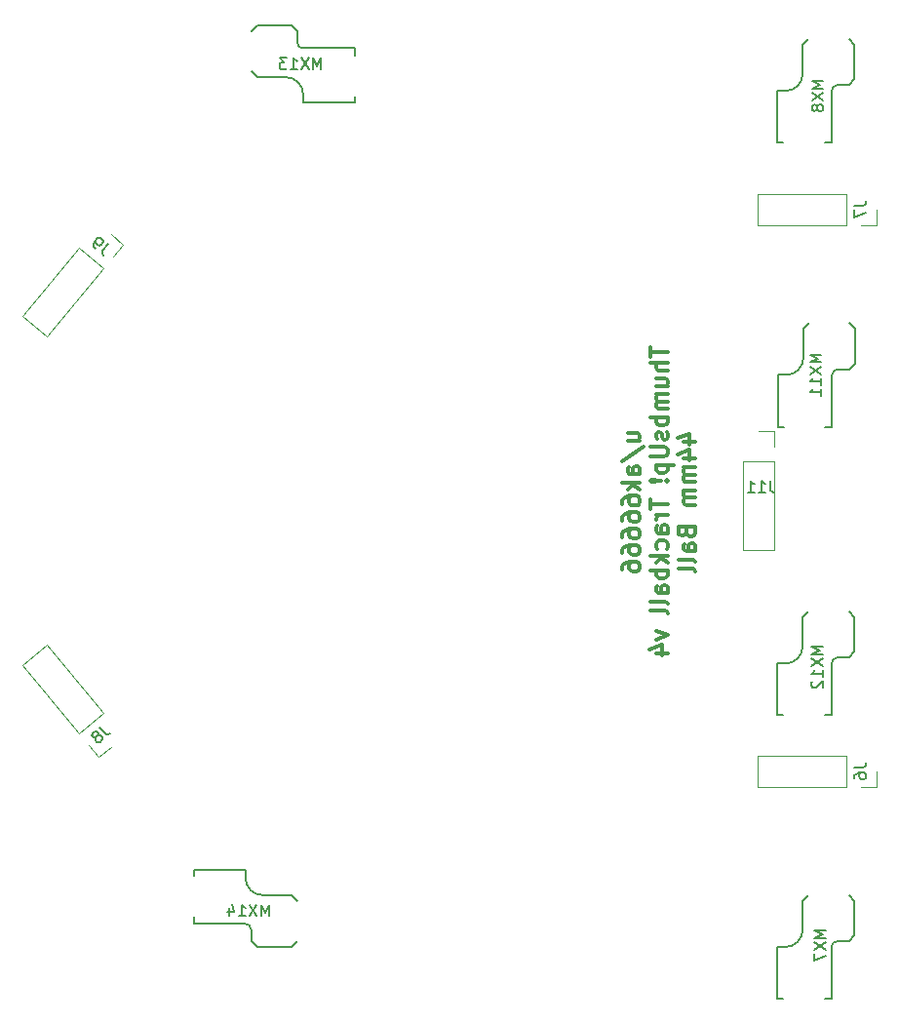
<source format=gbr>
G04 #@! TF.GenerationSoftware,KiCad,Pcbnew,9.0.2*
G04 #@! TF.CreationDate,2025-10-02T21:33:58-04:00*
G04 #@! TF.ProjectId,Trackball,54726163-6b62-4616-9c6c-2e6b69636164,rev?*
G04 #@! TF.SameCoordinates,Original*
G04 #@! TF.FileFunction,Legend,Bot*
G04 #@! TF.FilePolarity,Positive*
%FSLAX46Y46*%
G04 Gerber Fmt 4.6, Leading zero omitted, Abs format (unit mm)*
G04 Created by KiCad (PCBNEW 9.0.2) date 2025-10-02 21:33:58*
%MOMM*%
%LPD*%
G01*
G04 APERTURE LIST*
%ADD10C,0.300000*%
%ADD11C,0.150000*%
%ADD12C,0.120000*%
G04 APERTURE END LIST*
D10*
X338370996Y-97278572D02*
X339370996Y-97278572D01*
X338370996Y-96635714D02*
X339156710Y-96635714D01*
X339156710Y-96635714D02*
X339299568Y-96707143D01*
X339299568Y-96707143D02*
X339370996Y-96850000D01*
X339370996Y-96850000D02*
X339370996Y-97064286D01*
X339370996Y-97064286D02*
X339299568Y-97207143D01*
X339299568Y-97207143D02*
X339228139Y-97278572D01*
X337799568Y-99064286D02*
X339728139Y-97778572D01*
X339370996Y-100207144D02*
X338585282Y-100207144D01*
X338585282Y-100207144D02*
X338442425Y-100135715D01*
X338442425Y-100135715D02*
X338370996Y-99992858D01*
X338370996Y-99992858D02*
X338370996Y-99707144D01*
X338370996Y-99707144D02*
X338442425Y-99564286D01*
X339299568Y-100207144D02*
X339370996Y-100064286D01*
X339370996Y-100064286D02*
X339370996Y-99707144D01*
X339370996Y-99707144D02*
X339299568Y-99564286D01*
X339299568Y-99564286D02*
X339156710Y-99492858D01*
X339156710Y-99492858D02*
X339013853Y-99492858D01*
X339013853Y-99492858D02*
X338870996Y-99564286D01*
X338870996Y-99564286D02*
X338799568Y-99707144D01*
X338799568Y-99707144D02*
X338799568Y-100064286D01*
X338799568Y-100064286D02*
X338728139Y-100207144D01*
X339370996Y-100921429D02*
X337870996Y-100921429D01*
X338799568Y-101064287D02*
X339370996Y-101492858D01*
X338370996Y-101492858D02*
X338942425Y-100921429D01*
X337870996Y-102778573D02*
X337870996Y-102492858D01*
X337870996Y-102492858D02*
X337942425Y-102350001D01*
X337942425Y-102350001D02*
X338013853Y-102278573D01*
X338013853Y-102278573D02*
X338228139Y-102135715D01*
X338228139Y-102135715D02*
X338513853Y-102064287D01*
X338513853Y-102064287D02*
X339085282Y-102064287D01*
X339085282Y-102064287D02*
X339228139Y-102135715D01*
X339228139Y-102135715D02*
X339299568Y-102207144D01*
X339299568Y-102207144D02*
X339370996Y-102350001D01*
X339370996Y-102350001D02*
X339370996Y-102635715D01*
X339370996Y-102635715D02*
X339299568Y-102778573D01*
X339299568Y-102778573D02*
X339228139Y-102850001D01*
X339228139Y-102850001D02*
X339085282Y-102921430D01*
X339085282Y-102921430D02*
X338728139Y-102921430D01*
X338728139Y-102921430D02*
X338585282Y-102850001D01*
X338585282Y-102850001D02*
X338513853Y-102778573D01*
X338513853Y-102778573D02*
X338442425Y-102635715D01*
X338442425Y-102635715D02*
X338442425Y-102350001D01*
X338442425Y-102350001D02*
X338513853Y-102207144D01*
X338513853Y-102207144D02*
X338585282Y-102135715D01*
X338585282Y-102135715D02*
X338728139Y-102064287D01*
X337870996Y-104207144D02*
X337870996Y-103921429D01*
X337870996Y-103921429D02*
X337942425Y-103778572D01*
X337942425Y-103778572D02*
X338013853Y-103707144D01*
X338013853Y-103707144D02*
X338228139Y-103564286D01*
X338228139Y-103564286D02*
X338513853Y-103492858D01*
X338513853Y-103492858D02*
X339085282Y-103492858D01*
X339085282Y-103492858D02*
X339228139Y-103564286D01*
X339228139Y-103564286D02*
X339299568Y-103635715D01*
X339299568Y-103635715D02*
X339370996Y-103778572D01*
X339370996Y-103778572D02*
X339370996Y-104064286D01*
X339370996Y-104064286D02*
X339299568Y-104207144D01*
X339299568Y-104207144D02*
X339228139Y-104278572D01*
X339228139Y-104278572D02*
X339085282Y-104350001D01*
X339085282Y-104350001D02*
X338728139Y-104350001D01*
X338728139Y-104350001D02*
X338585282Y-104278572D01*
X338585282Y-104278572D02*
X338513853Y-104207144D01*
X338513853Y-104207144D02*
X338442425Y-104064286D01*
X338442425Y-104064286D02*
X338442425Y-103778572D01*
X338442425Y-103778572D02*
X338513853Y-103635715D01*
X338513853Y-103635715D02*
X338585282Y-103564286D01*
X338585282Y-103564286D02*
X338728139Y-103492858D01*
X337870996Y-105635715D02*
X337870996Y-105350000D01*
X337870996Y-105350000D02*
X337942425Y-105207143D01*
X337942425Y-105207143D02*
X338013853Y-105135715D01*
X338013853Y-105135715D02*
X338228139Y-104992857D01*
X338228139Y-104992857D02*
X338513853Y-104921429D01*
X338513853Y-104921429D02*
X339085282Y-104921429D01*
X339085282Y-104921429D02*
X339228139Y-104992857D01*
X339228139Y-104992857D02*
X339299568Y-105064286D01*
X339299568Y-105064286D02*
X339370996Y-105207143D01*
X339370996Y-105207143D02*
X339370996Y-105492857D01*
X339370996Y-105492857D02*
X339299568Y-105635715D01*
X339299568Y-105635715D02*
X339228139Y-105707143D01*
X339228139Y-105707143D02*
X339085282Y-105778572D01*
X339085282Y-105778572D02*
X338728139Y-105778572D01*
X338728139Y-105778572D02*
X338585282Y-105707143D01*
X338585282Y-105707143D02*
X338513853Y-105635715D01*
X338513853Y-105635715D02*
X338442425Y-105492857D01*
X338442425Y-105492857D02*
X338442425Y-105207143D01*
X338442425Y-105207143D02*
X338513853Y-105064286D01*
X338513853Y-105064286D02*
X338585282Y-104992857D01*
X338585282Y-104992857D02*
X338728139Y-104921429D01*
X337870996Y-107064286D02*
X337870996Y-106778571D01*
X337870996Y-106778571D02*
X337942425Y-106635714D01*
X337942425Y-106635714D02*
X338013853Y-106564286D01*
X338013853Y-106564286D02*
X338228139Y-106421428D01*
X338228139Y-106421428D02*
X338513853Y-106350000D01*
X338513853Y-106350000D02*
X339085282Y-106350000D01*
X339085282Y-106350000D02*
X339228139Y-106421428D01*
X339228139Y-106421428D02*
X339299568Y-106492857D01*
X339299568Y-106492857D02*
X339370996Y-106635714D01*
X339370996Y-106635714D02*
X339370996Y-106921428D01*
X339370996Y-106921428D02*
X339299568Y-107064286D01*
X339299568Y-107064286D02*
X339228139Y-107135714D01*
X339228139Y-107135714D02*
X339085282Y-107207143D01*
X339085282Y-107207143D02*
X338728139Y-107207143D01*
X338728139Y-107207143D02*
X338585282Y-107135714D01*
X338585282Y-107135714D02*
X338513853Y-107064286D01*
X338513853Y-107064286D02*
X338442425Y-106921428D01*
X338442425Y-106921428D02*
X338442425Y-106635714D01*
X338442425Y-106635714D02*
X338513853Y-106492857D01*
X338513853Y-106492857D02*
X338585282Y-106421428D01*
X338585282Y-106421428D02*
X338728139Y-106350000D01*
X337870996Y-108492857D02*
X337870996Y-108207142D01*
X337870996Y-108207142D02*
X337942425Y-108064285D01*
X337942425Y-108064285D02*
X338013853Y-107992857D01*
X338013853Y-107992857D02*
X338228139Y-107849999D01*
X338228139Y-107849999D02*
X338513853Y-107778571D01*
X338513853Y-107778571D02*
X339085282Y-107778571D01*
X339085282Y-107778571D02*
X339228139Y-107849999D01*
X339228139Y-107849999D02*
X339299568Y-107921428D01*
X339299568Y-107921428D02*
X339370996Y-108064285D01*
X339370996Y-108064285D02*
X339370996Y-108349999D01*
X339370996Y-108349999D02*
X339299568Y-108492857D01*
X339299568Y-108492857D02*
X339228139Y-108564285D01*
X339228139Y-108564285D02*
X339085282Y-108635714D01*
X339085282Y-108635714D02*
X338728139Y-108635714D01*
X338728139Y-108635714D02*
X338585282Y-108564285D01*
X338585282Y-108564285D02*
X338513853Y-108492857D01*
X338513853Y-108492857D02*
X338442425Y-108349999D01*
X338442425Y-108349999D02*
X338442425Y-108064285D01*
X338442425Y-108064285D02*
X338513853Y-107921428D01*
X338513853Y-107921428D02*
X338585282Y-107849999D01*
X338585282Y-107849999D02*
X338728139Y-107778571D01*
X340285912Y-89171429D02*
X340285912Y-90028572D01*
X341785912Y-89600000D02*
X340285912Y-89600000D01*
X341785912Y-90528571D02*
X340285912Y-90528571D01*
X341785912Y-91171429D02*
X341000198Y-91171429D01*
X341000198Y-91171429D02*
X340857341Y-91100000D01*
X340857341Y-91100000D02*
X340785912Y-90957143D01*
X340785912Y-90957143D02*
X340785912Y-90742857D01*
X340785912Y-90742857D02*
X340857341Y-90600000D01*
X340857341Y-90600000D02*
X340928769Y-90528571D01*
X340785912Y-92528572D02*
X341785912Y-92528572D01*
X340785912Y-91885714D02*
X341571626Y-91885714D01*
X341571626Y-91885714D02*
X341714484Y-91957143D01*
X341714484Y-91957143D02*
X341785912Y-92100000D01*
X341785912Y-92100000D02*
X341785912Y-92314286D01*
X341785912Y-92314286D02*
X341714484Y-92457143D01*
X341714484Y-92457143D02*
X341643055Y-92528572D01*
X341785912Y-93242857D02*
X340785912Y-93242857D01*
X340928769Y-93242857D02*
X340857341Y-93314286D01*
X340857341Y-93314286D02*
X340785912Y-93457143D01*
X340785912Y-93457143D02*
X340785912Y-93671429D01*
X340785912Y-93671429D02*
X340857341Y-93814286D01*
X340857341Y-93814286D02*
X341000198Y-93885715D01*
X341000198Y-93885715D02*
X341785912Y-93885715D01*
X341000198Y-93885715D02*
X340857341Y-93957143D01*
X340857341Y-93957143D02*
X340785912Y-94100000D01*
X340785912Y-94100000D02*
X340785912Y-94314286D01*
X340785912Y-94314286D02*
X340857341Y-94457143D01*
X340857341Y-94457143D02*
X341000198Y-94528572D01*
X341000198Y-94528572D02*
X341785912Y-94528572D01*
X341785912Y-95242857D02*
X340285912Y-95242857D01*
X340857341Y-95242857D02*
X340785912Y-95385715D01*
X340785912Y-95385715D02*
X340785912Y-95671429D01*
X340785912Y-95671429D02*
X340857341Y-95814286D01*
X340857341Y-95814286D02*
X340928769Y-95885715D01*
X340928769Y-95885715D02*
X341071626Y-95957143D01*
X341071626Y-95957143D02*
X341500198Y-95957143D01*
X341500198Y-95957143D02*
X341643055Y-95885715D01*
X341643055Y-95885715D02*
X341714484Y-95814286D01*
X341714484Y-95814286D02*
X341785912Y-95671429D01*
X341785912Y-95671429D02*
X341785912Y-95385715D01*
X341785912Y-95385715D02*
X341714484Y-95242857D01*
X341714484Y-96528572D02*
X341785912Y-96671429D01*
X341785912Y-96671429D02*
X341785912Y-96957143D01*
X341785912Y-96957143D02*
X341714484Y-97100000D01*
X341714484Y-97100000D02*
X341571626Y-97171429D01*
X341571626Y-97171429D02*
X341500198Y-97171429D01*
X341500198Y-97171429D02*
X341357341Y-97100000D01*
X341357341Y-97100000D02*
X341285912Y-96957143D01*
X341285912Y-96957143D02*
X341285912Y-96742858D01*
X341285912Y-96742858D02*
X341214484Y-96600000D01*
X341214484Y-96600000D02*
X341071626Y-96528572D01*
X341071626Y-96528572D02*
X341000198Y-96528572D01*
X341000198Y-96528572D02*
X340857341Y-96600000D01*
X340857341Y-96600000D02*
X340785912Y-96742858D01*
X340785912Y-96742858D02*
X340785912Y-96957143D01*
X340785912Y-96957143D02*
X340857341Y-97100000D01*
X340285912Y-97814286D02*
X341500198Y-97814286D01*
X341500198Y-97814286D02*
X341643055Y-97885715D01*
X341643055Y-97885715D02*
X341714484Y-97957144D01*
X341714484Y-97957144D02*
X341785912Y-98100001D01*
X341785912Y-98100001D02*
X341785912Y-98385715D01*
X341785912Y-98385715D02*
X341714484Y-98528572D01*
X341714484Y-98528572D02*
X341643055Y-98600001D01*
X341643055Y-98600001D02*
X341500198Y-98671429D01*
X341500198Y-98671429D02*
X340285912Y-98671429D01*
X340785912Y-99385715D02*
X342285912Y-99385715D01*
X340857341Y-99385715D02*
X340785912Y-99528573D01*
X340785912Y-99528573D02*
X340785912Y-99814287D01*
X340785912Y-99814287D02*
X340857341Y-99957144D01*
X340857341Y-99957144D02*
X340928769Y-100028573D01*
X340928769Y-100028573D02*
X341071626Y-100100001D01*
X341071626Y-100100001D02*
X341500198Y-100100001D01*
X341500198Y-100100001D02*
X341643055Y-100028573D01*
X341643055Y-100028573D02*
X341714484Y-99957144D01*
X341714484Y-99957144D02*
X341785912Y-99814287D01*
X341785912Y-99814287D02*
X341785912Y-99528573D01*
X341785912Y-99528573D02*
X341714484Y-99385715D01*
X341643055Y-100742858D02*
X341714484Y-100814287D01*
X341714484Y-100814287D02*
X341785912Y-100742858D01*
X341785912Y-100742858D02*
X341714484Y-100671430D01*
X341714484Y-100671430D02*
X341643055Y-100742858D01*
X341643055Y-100742858D02*
X341785912Y-100742858D01*
X341214484Y-100742858D02*
X340357341Y-100671430D01*
X340357341Y-100671430D02*
X340285912Y-100742858D01*
X340285912Y-100742858D02*
X340357341Y-100814287D01*
X340357341Y-100814287D02*
X341214484Y-100742858D01*
X341214484Y-100742858D02*
X340285912Y-100742858D01*
X340285912Y-102385716D02*
X340285912Y-103242859D01*
X341785912Y-102814287D02*
X340285912Y-102814287D01*
X341785912Y-103742858D02*
X340785912Y-103742858D01*
X341071626Y-103742858D02*
X340928769Y-103814287D01*
X340928769Y-103814287D02*
X340857341Y-103885716D01*
X340857341Y-103885716D02*
X340785912Y-104028573D01*
X340785912Y-104028573D02*
X340785912Y-104171430D01*
X341785912Y-105314287D02*
X341000198Y-105314287D01*
X341000198Y-105314287D02*
X340857341Y-105242858D01*
X340857341Y-105242858D02*
X340785912Y-105100001D01*
X340785912Y-105100001D02*
X340785912Y-104814287D01*
X340785912Y-104814287D02*
X340857341Y-104671429D01*
X341714484Y-105314287D02*
X341785912Y-105171429D01*
X341785912Y-105171429D02*
X341785912Y-104814287D01*
X341785912Y-104814287D02*
X341714484Y-104671429D01*
X341714484Y-104671429D02*
X341571626Y-104600001D01*
X341571626Y-104600001D02*
X341428769Y-104600001D01*
X341428769Y-104600001D02*
X341285912Y-104671429D01*
X341285912Y-104671429D02*
X341214484Y-104814287D01*
X341214484Y-104814287D02*
X341214484Y-105171429D01*
X341214484Y-105171429D02*
X341143055Y-105314287D01*
X341714484Y-106671430D02*
X341785912Y-106528572D01*
X341785912Y-106528572D02*
X341785912Y-106242858D01*
X341785912Y-106242858D02*
X341714484Y-106100001D01*
X341714484Y-106100001D02*
X341643055Y-106028572D01*
X341643055Y-106028572D02*
X341500198Y-105957144D01*
X341500198Y-105957144D02*
X341071626Y-105957144D01*
X341071626Y-105957144D02*
X340928769Y-106028572D01*
X340928769Y-106028572D02*
X340857341Y-106100001D01*
X340857341Y-106100001D02*
X340785912Y-106242858D01*
X340785912Y-106242858D02*
X340785912Y-106528572D01*
X340785912Y-106528572D02*
X340857341Y-106671430D01*
X341785912Y-107314286D02*
X340285912Y-107314286D01*
X341214484Y-107457144D02*
X341785912Y-107885715D01*
X340785912Y-107885715D02*
X341357341Y-107314286D01*
X341785912Y-108528572D02*
X340285912Y-108528572D01*
X340857341Y-108528572D02*
X340785912Y-108671430D01*
X340785912Y-108671430D02*
X340785912Y-108957144D01*
X340785912Y-108957144D02*
X340857341Y-109100001D01*
X340857341Y-109100001D02*
X340928769Y-109171430D01*
X340928769Y-109171430D02*
X341071626Y-109242858D01*
X341071626Y-109242858D02*
X341500198Y-109242858D01*
X341500198Y-109242858D02*
X341643055Y-109171430D01*
X341643055Y-109171430D02*
X341714484Y-109100001D01*
X341714484Y-109100001D02*
X341785912Y-108957144D01*
X341785912Y-108957144D02*
X341785912Y-108671430D01*
X341785912Y-108671430D02*
X341714484Y-108528572D01*
X341785912Y-110528573D02*
X341000198Y-110528573D01*
X341000198Y-110528573D02*
X340857341Y-110457144D01*
X340857341Y-110457144D02*
X340785912Y-110314287D01*
X340785912Y-110314287D02*
X340785912Y-110028573D01*
X340785912Y-110028573D02*
X340857341Y-109885715D01*
X341714484Y-110528573D02*
X341785912Y-110385715D01*
X341785912Y-110385715D02*
X341785912Y-110028573D01*
X341785912Y-110028573D02*
X341714484Y-109885715D01*
X341714484Y-109885715D02*
X341571626Y-109814287D01*
X341571626Y-109814287D02*
X341428769Y-109814287D01*
X341428769Y-109814287D02*
X341285912Y-109885715D01*
X341285912Y-109885715D02*
X341214484Y-110028573D01*
X341214484Y-110028573D02*
X341214484Y-110385715D01*
X341214484Y-110385715D02*
X341143055Y-110528573D01*
X341785912Y-111457144D02*
X341714484Y-111314287D01*
X341714484Y-111314287D02*
X341571626Y-111242858D01*
X341571626Y-111242858D02*
X340285912Y-111242858D01*
X341785912Y-112242858D02*
X341714484Y-112100001D01*
X341714484Y-112100001D02*
X341571626Y-112028572D01*
X341571626Y-112028572D02*
X340285912Y-112028572D01*
X340785912Y-113814286D02*
X341785912Y-114171429D01*
X341785912Y-114171429D02*
X340785912Y-114528572D01*
X340785912Y-115742858D02*
X341785912Y-115742858D01*
X340214484Y-115385715D02*
X341285912Y-115028572D01*
X341285912Y-115028572D02*
X341285912Y-115957143D01*
X343200828Y-97385715D02*
X344200828Y-97385715D01*
X342629400Y-97028572D02*
X343700828Y-96671429D01*
X343700828Y-96671429D02*
X343700828Y-97600000D01*
X343200828Y-98814286D02*
X344200828Y-98814286D01*
X342629400Y-98457143D02*
X343700828Y-98100000D01*
X343700828Y-98100000D02*
X343700828Y-99028571D01*
X344200828Y-99599999D02*
X343200828Y-99599999D01*
X343343685Y-99599999D02*
X343272257Y-99671428D01*
X343272257Y-99671428D02*
X343200828Y-99814285D01*
X343200828Y-99814285D02*
X343200828Y-100028571D01*
X343200828Y-100028571D02*
X343272257Y-100171428D01*
X343272257Y-100171428D02*
X343415114Y-100242857D01*
X343415114Y-100242857D02*
X344200828Y-100242857D01*
X343415114Y-100242857D02*
X343272257Y-100314285D01*
X343272257Y-100314285D02*
X343200828Y-100457142D01*
X343200828Y-100457142D02*
X343200828Y-100671428D01*
X343200828Y-100671428D02*
X343272257Y-100814285D01*
X343272257Y-100814285D02*
X343415114Y-100885714D01*
X343415114Y-100885714D02*
X344200828Y-100885714D01*
X344200828Y-101599999D02*
X343200828Y-101599999D01*
X343343685Y-101599999D02*
X343272257Y-101671428D01*
X343272257Y-101671428D02*
X343200828Y-101814285D01*
X343200828Y-101814285D02*
X343200828Y-102028571D01*
X343200828Y-102028571D02*
X343272257Y-102171428D01*
X343272257Y-102171428D02*
X343415114Y-102242857D01*
X343415114Y-102242857D02*
X344200828Y-102242857D01*
X343415114Y-102242857D02*
X343272257Y-102314285D01*
X343272257Y-102314285D02*
X343200828Y-102457142D01*
X343200828Y-102457142D02*
X343200828Y-102671428D01*
X343200828Y-102671428D02*
X343272257Y-102814285D01*
X343272257Y-102814285D02*
X343415114Y-102885714D01*
X343415114Y-102885714D02*
X344200828Y-102885714D01*
X343415114Y-105242856D02*
X343486542Y-105457142D01*
X343486542Y-105457142D02*
X343557971Y-105528571D01*
X343557971Y-105528571D02*
X343700828Y-105599999D01*
X343700828Y-105599999D02*
X343915114Y-105599999D01*
X343915114Y-105599999D02*
X344057971Y-105528571D01*
X344057971Y-105528571D02*
X344129400Y-105457142D01*
X344129400Y-105457142D02*
X344200828Y-105314285D01*
X344200828Y-105314285D02*
X344200828Y-104742856D01*
X344200828Y-104742856D02*
X342700828Y-104742856D01*
X342700828Y-104742856D02*
X342700828Y-105242856D01*
X342700828Y-105242856D02*
X342772257Y-105385714D01*
X342772257Y-105385714D02*
X342843685Y-105457142D01*
X342843685Y-105457142D02*
X342986542Y-105528571D01*
X342986542Y-105528571D02*
X343129400Y-105528571D01*
X343129400Y-105528571D02*
X343272257Y-105457142D01*
X343272257Y-105457142D02*
X343343685Y-105385714D01*
X343343685Y-105385714D02*
X343415114Y-105242856D01*
X343415114Y-105242856D02*
X343415114Y-104742856D01*
X344200828Y-106885714D02*
X343415114Y-106885714D01*
X343415114Y-106885714D02*
X343272257Y-106814285D01*
X343272257Y-106814285D02*
X343200828Y-106671428D01*
X343200828Y-106671428D02*
X343200828Y-106385714D01*
X343200828Y-106385714D02*
X343272257Y-106242856D01*
X344129400Y-106885714D02*
X344200828Y-106742856D01*
X344200828Y-106742856D02*
X344200828Y-106385714D01*
X344200828Y-106385714D02*
X344129400Y-106242856D01*
X344129400Y-106242856D02*
X343986542Y-106171428D01*
X343986542Y-106171428D02*
X343843685Y-106171428D01*
X343843685Y-106171428D02*
X343700828Y-106242856D01*
X343700828Y-106242856D02*
X343629400Y-106385714D01*
X343629400Y-106385714D02*
X343629400Y-106742856D01*
X343629400Y-106742856D02*
X343557971Y-106885714D01*
X344200828Y-107814285D02*
X344129400Y-107671428D01*
X344129400Y-107671428D02*
X343986542Y-107599999D01*
X343986542Y-107599999D02*
X342700828Y-107599999D01*
X344200828Y-108599999D02*
X344129400Y-108457142D01*
X344129400Y-108457142D02*
X343986542Y-108385713D01*
X343986542Y-108385713D02*
X342700828Y-108385713D01*
D11*
X307161904Y-138554819D02*
X307161904Y-137554819D01*
X307161904Y-137554819D02*
X306828571Y-138269104D01*
X306828571Y-138269104D02*
X306495238Y-137554819D01*
X306495238Y-137554819D02*
X306495238Y-138554819D01*
X306114285Y-137554819D02*
X305447619Y-138554819D01*
X305447619Y-137554819D02*
X306114285Y-138554819D01*
X304542857Y-138554819D02*
X305114285Y-138554819D01*
X304828571Y-138554819D02*
X304828571Y-137554819D01*
X304828571Y-137554819D02*
X304923809Y-137697676D01*
X304923809Y-137697676D02*
X305019047Y-137792914D01*
X305019047Y-137792914D02*
X305114285Y-137840533D01*
X303685714Y-137888152D02*
X303685714Y-138554819D01*
X303923809Y-137507200D02*
X304161904Y-138221485D01*
X304161904Y-138221485D02*
X303542857Y-138221485D01*
X311661904Y-65054819D02*
X311661904Y-64054819D01*
X311661904Y-64054819D02*
X311328571Y-64769104D01*
X311328571Y-64769104D02*
X310995238Y-64054819D01*
X310995238Y-64054819D02*
X310995238Y-65054819D01*
X310614285Y-64054819D02*
X309947619Y-65054819D01*
X309947619Y-64054819D02*
X310614285Y-65054819D01*
X309042857Y-65054819D02*
X309614285Y-65054819D01*
X309328571Y-65054819D02*
X309328571Y-64054819D01*
X309328571Y-64054819D02*
X309423809Y-64197676D01*
X309423809Y-64197676D02*
X309519047Y-64292914D01*
X309519047Y-64292914D02*
X309614285Y-64340533D01*
X308709523Y-64054819D02*
X308090476Y-64054819D01*
X308090476Y-64054819D02*
X308423809Y-64435771D01*
X308423809Y-64435771D02*
X308280952Y-64435771D01*
X308280952Y-64435771D02*
X308185714Y-64483390D01*
X308185714Y-64483390D02*
X308138095Y-64531009D01*
X308138095Y-64531009D02*
X308090476Y-64626247D01*
X308090476Y-64626247D02*
X308090476Y-64864342D01*
X308090476Y-64864342D02*
X308138095Y-64959580D01*
X308138095Y-64959580D02*
X308185714Y-65007200D01*
X308185714Y-65007200D02*
X308280952Y-65054819D01*
X308280952Y-65054819D02*
X308566666Y-65054819D01*
X308566666Y-65054819D02*
X308661904Y-65007200D01*
X308661904Y-65007200D02*
X308709523Y-64959580D01*
X355272819Y-115170095D02*
X354272819Y-115170095D01*
X354272819Y-115170095D02*
X354987104Y-115503428D01*
X354987104Y-115503428D02*
X354272819Y-115836761D01*
X354272819Y-115836761D02*
X355272819Y-115836761D01*
X354272819Y-116217714D02*
X355272819Y-116884380D01*
X354272819Y-116884380D02*
X355272819Y-116217714D01*
X355272819Y-117789142D02*
X355272819Y-117217714D01*
X355272819Y-117503428D02*
X354272819Y-117503428D01*
X354272819Y-117503428D02*
X354415676Y-117408190D01*
X354415676Y-117408190D02*
X354510914Y-117312952D01*
X354510914Y-117312952D02*
X354558533Y-117217714D01*
X354368057Y-118170095D02*
X354320438Y-118217714D01*
X354320438Y-118217714D02*
X354272819Y-118312952D01*
X354272819Y-118312952D02*
X354272819Y-118551047D01*
X354272819Y-118551047D02*
X354320438Y-118646285D01*
X354320438Y-118646285D02*
X354368057Y-118693904D01*
X354368057Y-118693904D02*
X354463295Y-118741523D01*
X354463295Y-118741523D02*
X354558533Y-118741523D01*
X354558533Y-118741523D02*
X354701390Y-118693904D01*
X354701390Y-118693904D02*
X355272819Y-118122476D01*
X355272819Y-118122476D02*
X355272819Y-118741523D01*
X355136819Y-89813095D02*
X354136819Y-89813095D01*
X354136819Y-89813095D02*
X354851104Y-90146428D01*
X354851104Y-90146428D02*
X354136819Y-90479761D01*
X354136819Y-90479761D02*
X355136819Y-90479761D01*
X354136819Y-90860714D02*
X355136819Y-91527380D01*
X354136819Y-91527380D02*
X355136819Y-90860714D01*
X355136819Y-92432142D02*
X355136819Y-91860714D01*
X355136819Y-92146428D02*
X354136819Y-92146428D01*
X354136819Y-92146428D02*
X354279676Y-92051190D01*
X354279676Y-92051190D02*
X354374914Y-91955952D01*
X354374914Y-91955952D02*
X354422533Y-91860714D01*
X355136819Y-93384523D02*
X355136819Y-92813095D01*
X355136819Y-93098809D02*
X354136819Y-93098809D01*
X354136819Y-93098809D02*
X354279676Y-93003571D01*
X354279676Y-93003571D02*
X354374914Y-92908333D01*
X354374914Y-92908333D02*
X354422533Y-92813095D01*
X355522819Y-139798286D02*
X354522819Y-139798286D01*
X354522819Y-139798286D02*
X355237104Y-140131619D01*
X355237104Y-140131619D02*
X354522819Y-140464952D01*
X354522819Y-140464952D02*
X355522819Y-140464952D01*
X354522819Y-140845905D02*
X355522819Y-141512571D01*
X354522819Y-141512571D02*
X355522819Y-140845905D01*
X354522819Y-141798286D02*
X354522819Y-142464952D01*
X354522819Y-142464952D02*
X355522819Y-142036381D01*
X355304819Y-66033286D02*
X354304819Y-66033286D01*
X354304819Y-66033286D02*
X355019104Y-66366619D01*
X355019104Y-66366619D02*
X354304819Y-66699952D01*
X354304819Y-66699952D02*
X355304819Y-66699952D01*
X354304819Y-67080905D02*
X355304819Y-67747571D01*
X354304819Y-67747571D02*
X355304819Y-67080905D01*
X354733390Y-68271381D02*
X354685771Y-68176143D01*
X354685771Y-68176143D02*
X354638152Y-68128524D01*
X354638152Y-68128524D02*
X354542914Y-68080905D01*
X354542914Y-68080905D02*
X354495295Y-68080905D01*
X354495295Y-68080905D02*
X354400057Y-68128524D01*
X354400057Y-68128524D02*
X354352438Y-68176143D01*
X354352438Y-68176143D02*
X354304819Y-68271381D01*
X354304819Y-68271381D02*
X354304819Y-68461857D01*
X354304819Y-68461857D02*
X354352438Y-68557095D01*
X354352438Y-68557095D02*
X354400057Y-68604714D01*
X354400057Y-68604714D02*
X354495295Y-68652333D01*
X354495295Y-68652333D02*
X354542914Y-68652333D01*
X354542914Y-68652333D02*
X354638152Y-68604714D01*
X354638152Y-68604714D02*
X354685771Y-68557095D01*
X354685771Y-68557095D02*
X354733390Y-68461857D01*
X354733390Y-68461857D02*
X354733390Y-68271381D01*
X354733390Y-68271381D02*
X354781009Y-68176143D01*
X354781009Y-68176143D02*
X354828628Y-68128524D01*
X354828628Y-68128524D02*
X354923866Y-68080905D01*
X354923866Y-68080905D02*
X355114342Y-68080905D01*
X355114342Y-68080905D02*
X355209580Y-68128524D01*
X355209580Y-68128524D02*
X355257200Y-68176143D01*
X355257200Y-68176143D02*
X355304819Y-68271381D01*
X355304819Y-68271381D02*
X355304819Y-68461857D01*
X355304819Y-68461857D02*
X355257200Y-68557095D01*
X355257200Y-68557095D02*
X355209580Y-68604714D01*
X355209580Y-68604714D02*
X355114342Y-68652333D01*
X355114342Y-68652333D02*
X354923866Y-68652333D01*
X354923866Y-68652333D02*
X354828628Y-68604714D01*
X354828628Y-68604714D02*
X354781009Y-68557095D01*
X354781009Y-68557095D02*
X354733390Y-68461857D01*
X293179732Y-80220578D02*
X292720598Y-80767753D01*
X292720598Y-80767753D02*
X292665250Y-80907797D01*
X292665250Y-80907797D02*
X292676989Y-81041971D01*
X292676989Y-81041971D02*
X292755815Y-81170276D01*
X292755815Y-81170276D02*
X292828771Y-81231494D01*
X292135683Y-80649924D02*
X291989770Y-80527489D01*
X291989770Y-80527489D02*
X291947422Y-80429792D01*
X291947422Y-80429792D02*
X291941553Y-80362705D01*
X291941553Y-80362705D02*
X291960423Y-80192052D01*
X291960423Y-80192052D02*
X292046380Y-80015530D01*
X292046380Y-80015530D02*
X292291252Y-79723704D01*
X292291252Y-79723704D02*
X292388948Y-79681356D01*
X292388948Y-79681356D02*
X292456035Y-79675487D01*
X292456035Y-79675487D02*
X292559601Y-79700226D01*
X292559601Y-79700226D02*
X292705514Y-79822662D01*
X292705514Y-79822662D02*
X292747862Y-79920358D01*
X292747862Y-79920358D02*
X292753731Y-79987445D01*
X292753731Y-79987445D02*
X292728992Y-80091011D01*
X292728992Y-80091011D02*
X292575947Y-80273402D01*
X292575947Y-80273402D02*
X292478251Y-80315750D01*
X292478251Y-80315750D02*
X292411164Y-80321620D01*
X292411164Y-80321620D02*
X292307598Y-80296880D01*
X292307598Y-80296880D02*
X292161685Y-80174444D01*
X292161685Y-80174444D02*
X292119337Y-80076748D01*
X292119337Y-80076748D02*
X292113468Y-80009661D01*
X292113468Y-80009661D02*
X292138207Y-79906095D01*
X358022819Y-125650666D02*
X358737104Y-125650666D01*
X358737104Y-125650666D02*
X358879961Y-125603047D01*
X358879961Y-125603047D02*
X358975200Y-125507809D01*
X358975200Y-125507809D02*
X359022819Y-125364952D01*
X359022819Y-125364952D02*
X359022819Y-125269714D01*
X358022819Y-126555428D02*
X358022819Y-126364952D01*
X358022819Y-126364952D02*
X358070438Y-126269714D01*
X358070438Y-126269714D02*
X358118057Y-126222095D01*
X358118057Y-126222095D02*
X358260914Y-126126857D01*
X358260914Y-126126857D02*
X358451390Y-126079238D01*
X358451390Y-126079238D02*
X358832342Y-126079238D01*
X358832342Y-126079238D02*
X358927580Y-126126857D01*
X358927580Y-126126857D02*
X358975200Y-126174476D01*
X358975200Y-126174476D02*
X359022819Y-126269714D01*
X359022819Y-126269714D02*
X359022819Y-126460190D01*
X359022819Y-126460190D02*
X358975200Y-126555428D01*
X358975200Y-126555428D02*
X358927580Y-126603047D01*
X358927580Y-126603047D02*
X358832342Y-126650666D01*
X358832342Y-126650666D02*
X358594247Y-126650666D01*
X358594247Y-126650666D02*
X358499009Y-126603047D01*
X358499009Y-126603047D02*
X358451390Y-126555428D01*
X358451390Y-126555428D02*
X358403771Y-126460190D01*
X358403771Y-126460190D02*
X358403771Y-126269714D01*
X358403771Y-126269714D02*
X358451390Y-126174476D01*
X358451390Y-126174476D02*
X358499009Y-126126857D01*
X358499009Y-126126857D02*
X358594247Y-126079238D01*
X292478861Y-122154155D02*
X292937995Y-122701330D01*
X292937995Y-122701330D02*
X293066300Y-122780156D01*
X293066300Y-122780156D02*
X293200475Y-122791894D01*
X293200475Y-122791894D02*
X293340519Y-122736546D01*
X293340519Y-122736546D02*
X293413475Y-122675328D01*
X292280123Y-122880376D02*
X292322471Y-122782680D01*
X292322471Y-122782680D02*
X292328340Y-122715593D01*
X292328340Y-122715593D02*
X292303601Y-122612027D01*
X292303601Y-122612027D02*
X292272992Y-122575549D01*
X292272992Y-122575549D02*
X292175296Y-122533201D01*
X292175296Y-122533201D02*
X292108209Y-122527332D01*
X292108209Y-122527332D02*
X292004643Y-122552071D01*
X292004643Y-122552071D02*
X291858730Y-122674507D01*
X291858730Y-122674507D02*
X291816382Y-122772203D01*
X291816382Y-122772203D02*
X291810513Y-122839290D01*
X291810513Y-122839290D02*
X291835252Y-122942856D01*
X291835252Y-122942856D02*
X291865861Y-122979334D01*
X291865861Y-122979334D02*
X291963557Y-123021682D01*
X291963557Y-123021682D02*
X292030645Y-123027551D01*
X292030645Y-123027551D02*
X292134210Y-123002812D01*
X292134210Y-123002812D02*
X292280123Y-122880376D01*
X292280123Y-122880376D02*
X292383689Y-122855637D01*
X292383689Y-122855637D02*
X292450776Y-122861506D01*
X292450776Y-122861506D02*
X292548472Y-122903854D01*
X292548472Y-122903854D02*
X292670908Y-123049767D01*
X292670908Y-123049767D02*
X292695648Y-123153332D01*
X292695648Y-123153332D02*
X292689778Y-123220420D01*
X292689778Y-123220420D02*
X292647431Y-123318116D01*
X292647431Y-123318116D02*
X292501517Y-123440552D01*
X292501517Y-123440552D02*
X292397952Y-123465291D01*
X292397952Y-123465291D02*
X292330865Y-123459422D01*
X292330865Y-123459422D02*
X292233168Y-123417074D01*
X292233168Y-123417074D02*
X292110733Y-123271161D01*
X292110733Y-123271161D02*
X292085993Y-123167595D01*
X292085993Y-123167595D02*
X292091863Y-123100508D01*
X292091863Y-123100508D02*
X292134210Y-123002812D01*
X350684523Y-100754819D02*
X350684523Y-101469104D01*
X350684523Y-101469104D02*
X350732142Y-101611961D01*
X350732142Y-101611961D02*
X350827380Y-101707200D01*
X350827380Y-101707200D02*
X350970237Y-101754819D01*
X350970237Y-101754819D02*
X351065475Y-101754819D01*
X349684523Y-101754819D02*
X350255951Y-101754819D01*
X349970237Y-101754819D02*
X349970237Y-100754819D01*
X349970237Y-100754819D02*
X350065475Y-100897676D01*
X350065475Y-100897676D02*
X350160713Y-100992914D01*
X350160713Y-100992914D02*
X350255951Y-101040533D01*
X348732142Y-101754819D02*
X349303570Y-101754819D01*
X349017856Y-101754819D02*
X349017856Y-100754819D01*
X349017856Y-100754819D02*
X349113094Y-100897676D01*
X349113094Y-100897676D02*
X349208332Y-100992914D01*
X349208332Y-100992914D02*
X349303570Y-101040533D01*
X358022819Y-76882666D02*
X358737104Y-76882666D01*
X358737104Y-76882666D02*
X358879961Y-76835047D01*
X358879961Y-76835047D02*
X358975200Y-76739809D01*
X358975200Y-76739809D02*
X359022819Y-76596952D01*
X359022819Y-76596952D02*
X359022819Y-76501714D01*
X358022819Y-77263619D02*
X358022819Y-77930285D01*
X358022819Y-77930285D02*
X359022819Y-77501714D01*
X300625000Y-134534000D02*
X300625000Y-135034000D01*
X300625000Y-138634000D02*
X300625000Y-139234000D01*
X300625000Y-139234000D02*
X305125000Y-139234000D01*
X305125000Y-134534000D02*
X300625000Y-134534000D01*
X305125000Y-135234000D02*
X305125000Y-134534000D01*
X305625000Y-139734000D02*
X305625000Y-140734000D01*
X306125000Y-141234000D02*
X305625000Y-140734000D01*
X309125000Y-136734000D02*
X306625000Y-136734000D01*
X309125000Y-141234000D02*
X306125000Y-141234000D01*
X309625000Y-137234000D02*
X309125000Y-136734000D01*
X309625000Y-140734000D02*
X309125000Y-141234000D01*
X305125000Y-139234000D02*
G75*
G02*
X305625000Y-139734000I-1J-500001D01*
G01*
X306625000Y-136734000D02*
G75*
G02*
X305125000Y-135234000I1J1500001D01*
G01*
X305625000Y-61716000D02*
X306125000Y-61216000D01*
X305625000Y-65216000D02*
X306125000Y-65716000D01*
X306125000Y-61216000D02*
X309125000Y-61216000D01*
X306125000Y-65716000D02*
X308625000Y-65716000D01*
X309125000Y-61216000D02*
X309625000Y-61716000D01*
X309625000Y-62716000D02*
X309625000Y-61716000D01*
X310125000Y-67216000D02*
X310125000Y-67916000D01*
X310125000Y-67916000D02*
X314625000Y-67916000D01*
X314625000Y-63216000D02*
X310125000Y-63216000D01*
X314625000Y-63816000D02*
X314625000Y-63216000D01*
X314625000Y-67916000D02*
X314625000Y-67416000D01*
X308625000Y-65716000D02*
G75*
G02*
X310125000Y-67216000I-1J-1500001D01*
G01*
X310125000Y-63216000D02*
G75*
G02*
X309625000Y-62716000I1J500001D01*
G01*
X351318000Y-116625000D02*
X351318000Y-121125000D01*
X351318000Y-121125000D02*
X351818000Y-121125000D01*
X352018000Y-116625000D02*
X351318000Y-116625000D01*
X353518000Y-112625000D02*
X353518000Y-115125000D01*
X354018000Y-112125000D02*
X353518000Y-112625000D01*
X355418000Y-121125000D02*
X356018000Y-121125000D01*
X356018000Y-121125000D02*
X356018000Y-116625000D01*
X356518000Y-116125000D02*
X357518000Y-116125000D01*
X357518000Y-112125000D02*
X358018000Y-112625000D01*
X358018000Y-112625000D02*
X358018000Y-115625000D01*
X358018000Y-115625000D02*
X357518000Y-116125000D01*
X353518000Y-115125000D02*
G75*
G02*
X352018000Y-116625000I-1500001J1D01*
G01*
X356018000Y-116625000D02*
G75*
G02*
X356518000Y-116125000I500001J-1D01*
G01*
X351375000Y-91575000D02*
X351375000Y-96075000D01*
X351375000Y-96075000D02*
X351875000Y-96075000D01*
X352075000Y-91575000D02*
X351375000Y-91575000D01*
X353575000Y-87575000D02*
X353575000Y-90075000D01*
X354075000Y-87075000D02*
X353575000Y-87575000D01*
X355475000Y-96075000D02*
X356075000Y-96075000D01*
X356075000Y-96075000D02*
X356075000Y-91575000D01*
X356575000Y-91075000D02*
X357575000Y-91075000D01*
X357575000Y-87075000D02*
X358075000Y-87575000D01*
X358075000Y-87575000D02*
X358075000Y-90575000D01*
X358075000Y-90575000D02*
X357575000Y-91075000D01*
X353575000Y-90075000D02*
G75*
G02*
X352075000Y-91575000I-1500001J1D01*
G01*
X356075000Y-91575000D02*
G75*
G02*
X356575000Y-91075000I500001J-1D01*
G01*
X351318000Y-141234000D02*
X351318000Y-145734000D01*
X351318000Y-145734000D02*
X351818000Y-145734000D01*
X352018000Y-141234000D02*
X351318000Y-141234000D01*
X353518000Y-137234000D02*
X353518000Y-139734000D01*
X354018000Y-136734000D02*
X353518000Y-137234000D01*
X355418000Y-145734000D02*
X356018000Y-145734000D01*
X356018000Y-145734000D02*
X356018000Y-141234000D01*
X356518000Y-140734000D02*
X357518000Y-140734000D01*
X357518000Y-136734000D02*
X358018000Y-137234000D01*
X358018000Y-137234000D02*
X358018000Y-140234000D01*
X358018000Y-140234000D02*
X357518000Y-140734000D01*
X353518000Y-139734000D02*
G75*
G02*
X352018000Y-141234000I-1500001J1D01*
G01*
X356018000Y-141234000D02*
G75*
G02*
X356518000Y-140734000I500001J-1D01*
G01*
X351318000Y-66916000D02*
X351318000Y-71416000D01*
X351318000Y-71416000D02*
X351818000Y-71416000D01*
X352018000Y-66916000D02*
X351318000Y-66916000D01*
X353518000Y-62916000D02*
X353518000Y-65416000D01*
X354018000Y-62416000D02*
X353518000Y-62916000D01*
X355418000Y-71416000D02*
X356018000Y-71416000D01*
X356018000Y-71416000D02*
X356018000Y-66916000D01*
X356518000Y-66416000D02*
X357518000Y-66416000D01*
X357518000Y-62416000D02*
X358018000Y-62916000D01*
X358018000Y-62916000D02*
X358018000Y-65916000D01*
X358018000Y-65916000D02*
X357518000Y-66416000D01*
X353518000Y-65416000D02*
G75*
G02*
X352018000Y-66916000I-1500001J1D01*
G01*
X356018000Y-66916000D02*
G75*
G02*
X356518000Y-66416000I500001J-1D01*
G01*
D12*
X287846000Y-88205396D02*
X285731721Y-86431302D01*
X290700467Y-80509778D02*
X285731721Y-86431302D01*
X292814750Y-82283872D02*
X287846000Y-88205396D01*
X292814750Y-82283872D02*
X290700467Y-80509778D01*
X293631090Y-81310996D02*
X294518138Y-80253855D01*
X294518138Y-80253855D02*
X293460996Y-79366808D01*
X349568000Y-127364000D02*
X349568000Y-124604000D01*
X357298000Y-124604000D02*
X349568000Y-124604000D01*
X357298000Y-127364000D02*
X349568000Y-127364000D01*
X357298000Y-127364000D02*
X357298000Y-124604000D01*
X358568000Y-127364000D02*
X359948000Y-127364000D01*
X359948000Y-127364000D02*
X359948000Y-125984000D01*
X285731721Y-116778698D02*
X287846000Y-115004604D01*
X290700467Y-122700222D02*
X285731721Y-116778698D01*
X290700467Y-122700222D02*
X292814750Y-120926128D01*
X291516808Y-123673098D02*
X292403855Y-124730240D01*
X292403855Y-124730240D02*
X293460996Y-123843192D01*
X292814750Y-120926128D02*
X287846000Y-115004604D01*
X348320000Y-99060000D02*
X348320000Y-106790000D01*
X351080000Y-96410000D02*
X349700000Y-96410000D01*
X351080000Y-97790000D02*
X351080000Y-96410000D01*
X351080000Y-99060000D02*
X348320000Y-99060000D01*
X351080000Y-99060000D02*
X351080000Y-106790000D01*
X351080000Y-106790000D02*
X348320000Y-106790000D01*
X349568000Y-78596000D02*
X349568000Y-75836000D01*
X357298000Y-75836000D02*
X349568000Y-75836000D01*
X357298000Y-78596000D02*
X349568000Y-78596000D01*
X357298000Y-78596000D02*
X357298000Y-75836000D01*
X358568000Y-78596000D02*
X359948000Y-78596000D01*
X359948000Y-78596000D02*
X359948000Y-77216000D01*
M02*

</source>
